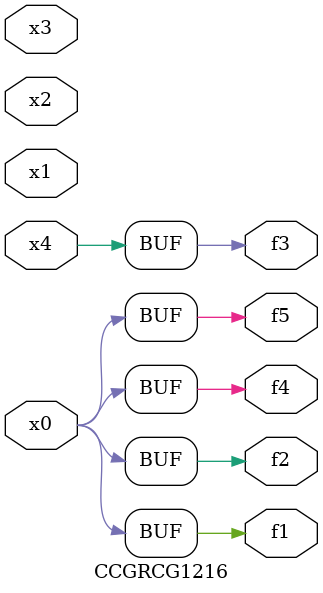
<source format=v>
module CCGRCG1216(
	input x0, x1, x2, x3, x4,
	output f1, f2, f3, f4, f5
);
	assign f1 = x0;
	assign f2 = x0;
	assign f3 = x4;
	assign f4 = x0;
	assign f5 = x0;
endmodule

</source>
